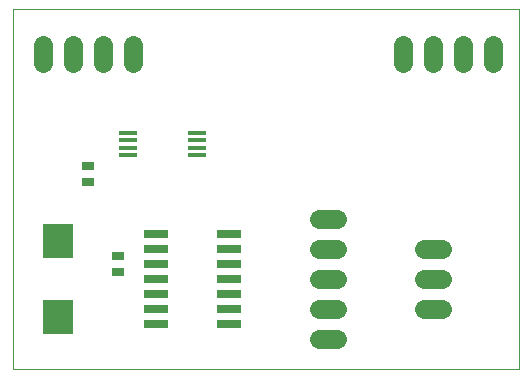
<source format=gts>
G75*
G70*
%OFA0B0*%
%FSLAX24Y24*%
%IPPOS*%
%LPD*%
%AMOC8*
5,1,8,0,0,1.08239X$1,22.5*
%
%ADD10C,0.0000*%
%ADD11R,0.0840X0.0300*%
%ADD12C,0.0640*%
%ADD13R,0.0394X0.0316*%
%ADD14R,0.1024X0.1182*%
%ADD15R,0.0620X0.0180*%
D10*
X000267Y000150D02*
X000267Y012146D01*
X017137Y012146D01*
X017137Y000150D01*
X000267Y000150D01*
D11*
X005057Y001650D03*
X005057Y002150D03*
X005057Y002650D03*
X005057Y003150D03*
X005057Y003650D03*
X005057Y004150D03*
X005057Y004650D03*
X007477Y004650D03*
X007477Y004150D03*
X007477Y003650D03*
X007477Y003150D03*
X007477Y002650D03*
X007477Y002150D03*
X007477Y001650D03*
D12*
X010467Y001150D02*
X011067Y001150D01*
X011067Y002150D02*
X010467Y002150D01*
X010467Y003150D02*
X011067Y003150D01*
X011067Y004150D02*
X010467Y004150D01*
X010467Y005150D02*
X011067Y005150D01*
X013967Y004150D02*
X014567Y004150D01*
X014567Y003150D02*
X013967Y003150D01*
X013967Y002150D02*
X014567Y002150D01*
X014267Y010350D02*
X014267Y010950D01*
X013267Y010950D02*
X013267Y010350D01*
X015267Y010350D02*
X015267Y010950D01*
X016267Y010950D02*
X016267Y010350D01*
X004267Y010350D02*
X004267Y010950D01*
X003267Y010950D02*
X003267Y010350D01*
X002267Y010350D02*
X002267Y010950D01*
X001267Y010950D02*
X001267Y010350D01*
D13*
X002767Y006906D03*
X002767Y006394D03*
X003767Y003906D03*
X003767Y003394D03*
D14*
X001767Y004430D03*
X001767Y001870D03*
D15*
X004117Y007270D03*
X004117Y007520D03*
X004117Y007780D03*
X004117Y008030D03*
X006417Y008030D03*
X006417Y007780D03*
X006417Y007520D03*
X006417Y007270D03*
M02*

</source>
